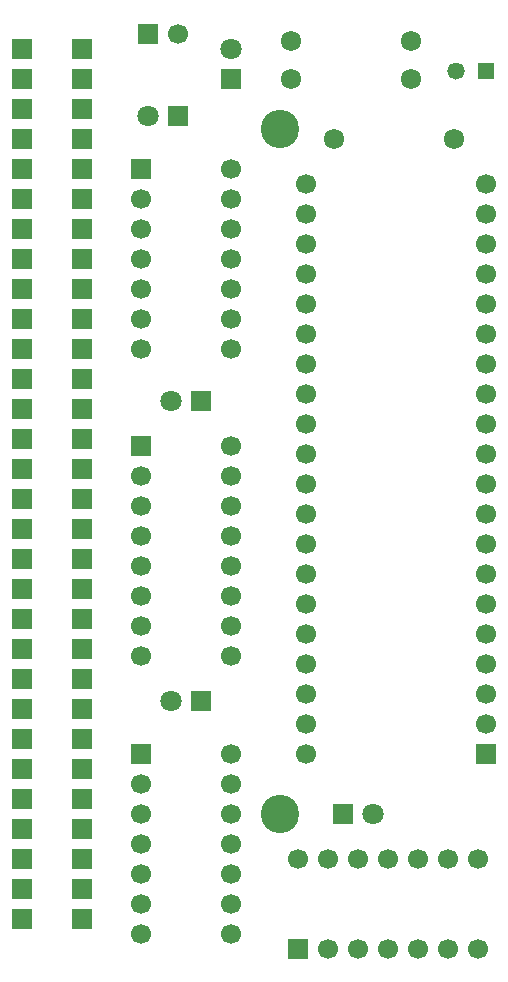
<source format=gbr>
G04 DipTrace 3.3.1.3*
G04 BottomMask.gbr*
%MOMM*%
G04 #@! TF.FileFunction,Soldermask,Bot*
G04 #@! TF.Part,Single*
%ADD25C,3.25*%
%ADD34C,1.724*%
%ADD36C,1.724*%
%ADD38C,1.7*%
%ADD40R,1.7X1.7*%
%ADD42R,1.47X1.47*%
%ADD44C,1.47*%
%ADD46R,1.8X1.8*%
%ADD48C,1.8*%
%FSLAX35Y35*%
G04*
G71*
G90*
G75*
G01*
G04 BotMask*
%LPD*%
D48*
X2714500Y3286000D3*
D46*
X2968500D3*
D48*
X2524000Y8239000D3*
D46*
X2778000D3*
D48*
X2714500Y5826000D3*
D46*
X2968500D3*
D48*
X4429000Y2333500D3*
D46*
X4175000D3*
D48*
X3222500Y8810500D3*
D46*
Y8556500D3*
D44*
X5127500Y8620000D3*
D42*
X5381500D3*
D25*
X3635803Y2331963D3*
X3635800Y8132000D3*
D40*
X1963633Y1444499D3*
Y1698499D3*
Y1952499D3*
Y2206499D3*
Y2460499D3*
Y2714499D3*
Y2968499D3*
Y3222499D3*
Y3476499D3*
Y3730499D3*
Y3984499D3*
Y4238499D3*
Y4492499D3*
Y4746499D3*
Y5000499D3*
Y5254499D3*
Y5508499D3*
Y5762499D3*
Y6016499D3*
Y6270499D3*
Y6524499D3*
Y6778499D3*
Y7032499D3*
Y7286499D3*
Y7540499D3*
Y7794499D3*
Y8048499D3*
Y8302499D3*
Y8556499D3*
Y8810499D3*
X1455633D3*
Y8556499D3*
Y8302499D3*
Y8048499D3*
Y7794499D3*
Y7540499D3*
Y7286499D3*
Y7032499D3*
Y6778499D3*
Y6524499D3*
Y6270499D3*
Y6016499D3*
Y5762499D3*
Y5508499D3*
Y5254499D3*
Y5000499D3*
Y4746499D3*
Y4492499D3*
Y4238499D3*
Y3984499D3*
Y3730499D3*
Y3476499D3*
Y3222499D3*
Y2968499D3*
Y2714499D3*
Y2460499D3*
Y2206499D3*
Y1952499D3*
Y1698499D3*
Y1444499D3*
X2524000Y8937500D3*
D38*
X2778000D3*
D36*
X4746500Y8874000D3*
D34*
X3730500D3*
D36*
X5113407Y8041063D3*
D34*
X4097407D3*
D36*
X4746500Y8556500D3*
D34*
X3730500D3*
D40*
X2460500Y2841500D3*
D38*
Y2587500D3*
Y2333500D3*
Y2079500D3*
Y1825500D3*
Y1571500D3*
Y1317500D3*
X3222500D3*
Y1571500D3*
Y1825500D3*
Y2079500D3*
Y2333500D3*
Y2587500D3*
Y2841500D3*
D40*
X2460500Y5445000D3*
D38*
Y5191000D3*
Y4937000D3*
Y4683000D3*
Y4429000D3*
Y4175000D3*
Y3921000D3*
Y3667000D3*
X3222500D3*
Y3921000D3*
Y4175000D3*
Y4429000D3*
Y4683000D3*
Y4937000D3*
Y5191000D3*
Y5445000D3*
D40*
X2460500Y7794500D3*
D38*
Y7540500D3*
Y7286500D3*
Y7032500D3*
Y6778500D3*
Y6524500D3*
Y6270500D3*
X3222500D3*
Y6524500D3*
Y6778500D3*
Y7032500D3*
Y7286500D3*
Y7540500D3*
Y7794500D3*
D40*
X3794000Y1190500D3*
D38*
X4048000D3*
X4302000D3*
X4556000D3*
X4810000D3*
X5064000D3*
X5318000D3*
Y1952500D3*
X5064000D3*
X4810000D3*
X4556000D3*
X4302000D3*
X4048000D3*
X3794000D3*
D40*
X5381500Y2841500D3*
D38*
Y3095500D3*
Y3349500D3*
Y3603500D3*
Y3857500D3*
Y4111500D3*
Y4365500D3*
Y4619500D3*
Y4873500D3*
Y5127500D3*
Y5381500D3*
Y5635500D3*
Y5889500D3*
Y6143500D3*
Y6397500D3*
Y6651500D3*
Y6905500D3*
Y7159500D3*
Y7413500D3*
Y7667500D3*
X3857500D3*
Y7413500D3*
Y7159500D3*
Y6905500D3*
Y6651500D3*
Y6397500D3*
Y6143500D3*
Y5889500D3*
Y5635500D3*
Y5381500D3*
Y5127500D3*
Y4873500D3*
Y4619500D3*
Y4365500D3*
Y4111500D3*
Y3857500D3*
Y3603500D3*
Y3349500D3*
Y3095500D3*
Y2841500D3*
M02*

</source>
